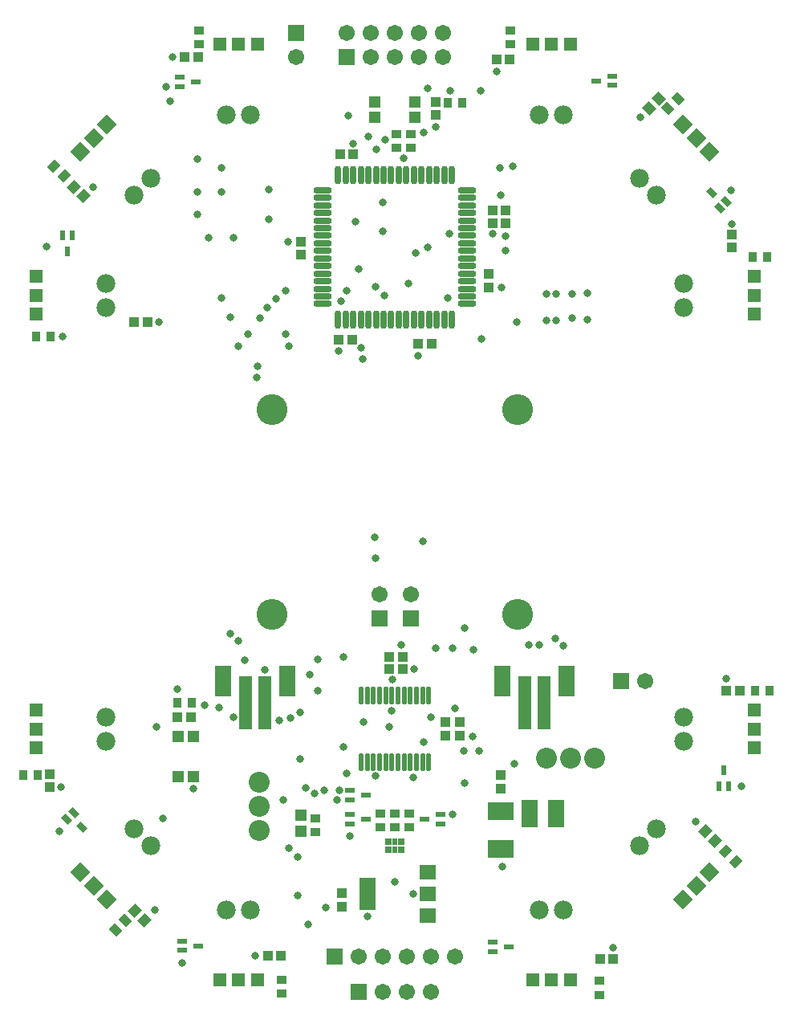
<source format=gts>
%FSLAX25Y25*%
%MOIN*%
G70*
G01*
G75*
G04 Layer_Color=8388736*
%ADD10R,0.06299X0.11811*%
%ADD11R,0.04921X0.21654*%
%ADD12R,0.03543X0.02756*%
%ADD13R,0.03150X0.01575*%
%ADD14R,0.01772X0.01772*%
%ADD15R,0.01575X0.01772*%
%ADD16R,0.06299X0.10630*%
G04:AMPARAMS|DCode=17|XSize=35.43mil|YSize=31.5mil|CornerRadius=0mil|HoleSize=0mil|Usage=FLASHONLY|Rotation=135.000|XOffset=0mil|YOffset=0mil|HoleType=Round|Shape=Rectangle|*
%AMROTATEDRECTD17*
4,1,4,0.02366,-0.00139,0.00139,-0.02366,-0.02366,0.00139,-0.00139,0.02366,0.02366,-0.00139,0.0*
%
%ADD17ROTATEDRECTD17*%

%ADD18R,0.09843X0.06693*%
%ADD19R,0.03543X0.03150*%
%ADD20R,0.06299X0.12992*%
%ADD21R,0.06299X0.05118*%
%ADD22R,0.03937X0.04331*%
%ADD23R,0.03150X0.03543*%
G04:AMPARAMS|DCode=24|XSize=35.43mil|YSize=31.5mil|CornerRadius=0mil|HoleSize=0mil|Usage=FLASHONLY|Rotation=225.000|XOffset=0mil|YOffset=0mil|HoleType=Round|Shape=Rectangle|*
%AMROTATEDRECTD24*
4,1,4,0.00139,0.02366,0.02366,0.00139,-0.00139,-0.02366,-0.02366,-0.00139,0.00139,0.02366,0.0*
%
%ADD24ROTATEDRECTD24*%

%ADD25O,0.01378X0.06693*%
%ADD26R,0.02756X0.03543*%
G04:AMPARAMS|DCode=27|XSize=35.43mil|YSize=27.56mil|CornerRadius=0mil|HoleSize=0mil|Usage=FLASHONLY|Rotation=315.000|XOffset=0mil|YOffset=0mil|HoleType=Round|Shape=Rectangle|*
%AMROTATEDRECTD27*
4,1,4,-0.02227,0.00278,-0.00278,0.02227,0.02227,-0.00278,0.00278,-0.02227,-0.02227,0.00278,0.0*
%
%ADD27ROTATEDRECTD27*%

G04:AMPARAMS|DCode=28|XSize=35.43mil|YSize=27.56mil|CornerRadius=0mil|HoleSize=0mil|Usage=FLASHONLY|Rotation=45.000|XOffset=0mil|YOffset=0mil|HoleType=Round|Shape=Rectangle|*
%AMROTATEDRECTD28*
4,1,4,-0.00278,-0.02227,-0.02227,-0.00278,0.00278,0.02227,0.02227,0.00278,-0.00278,-0.02227,0.0*
%
%ADD28ROTATEDRECTD28*%

G04:AMPARAMS|DCode=29|XSize=15.75mil|YSize=31.5mil|CornerRadius=0mil|HoleSize=0mil|Usage=FLASHONLY|Rotation=225.000|XOffset=0mil|YOffset=0mil|HoleType=Round|Shape=Rectangle|*
%AMROTATEDRECTD29*
4,1,4,-0.00557,0.01670,0.01670,-0.00557,0.00557,-0.01670,-0.01670,0.00557,-0.00557,0.01670,0.0*
%
%ADD29ROTATEDRECTD29*%

%ADD30R,0.01575X0.03150*%
%ADD31O,0.02165X0.06890*%
%ADD32O,0.06890X0.02165*%
%ADD33R,0.03937X0.03937*%
%ADD34R,0.03937X0.03937*%
%ADD35C,0.01000*%
%ADD36C,0.02000*%
%ADD37C,0.03000*%
%ADD38C,0.12000*%
%ADD39R,0.05906X0.05906*%
%ADD40C,0.05906*%
%ADD41R,0.05906X0.05906*%
%ADD42R,0.04921X0.04921*%
%ADD43P,0.06960X4X180.0*%
%ADD44R,0.04921X0.04921*%
%ADD45P,0.06960X4X270.0*%
%ADD46C,0.07000*%
%ADD47C,0.07874*%
%ADD48C,0.02500*%
%ADD49O,0.02362X0.00984*%
%ADD50O,0.00984X0.02362*%
%ADD51R,0.10236X0.10630*%
%ADD52C,0.00984*%
%ADD53C,0.02362*%
%ADD54C,0.00394*%
%ADD55C,0.00500*%
%ADD56C,0.00787*%
%ADD57C,0.00800*%
%ADD58R,0.03150X0.03543*%
%ADD59R,0.07099X0.12611*%
%ADD60R,0.05721X0.22453*%
%ADD61R,0.04343X0.03556*%
%ADD62R,0.03950X0.02375*%
%ADD63R,0.02572X0.02572*%
%ADD64R,0.02375X0.02572*%
%ADD65R,0.07099X0.11430*%
G04:AMPARAMS|DCode=66|XSize=43.43mil|YSize=39.5mil|CornerRadius=0mil|HoleSize=0mil|Usage=FLASHONLY|Rotation=135.000|XOffset=0mil|YOffset=0mil|HoleType=Round|Shape=Rectangle|*
%AMROTATEDRECTD66*
4,1,4,0.02932,-0.00139,0.00139,-0.02932,-0.02932,0.00139,-0.00139,0.02932,0.02932,-0.00139,0.0*
%
%ADD66ROTATEDRECTD66*%

%ADD67R,0.10642X0.07493*%
%ADD68R,0.04343X0.03950*%
%ADD69R,0.07099X0.13792*%
%ADD70R,0.07099X0.05918*%
%ADD71R,0.04737X0.05131*%
%ADD72R,0.03950X0.04343*%
G04:AMPARAMS|DCode=73|XSize=43.43mil|YSize=39.5mil|CornerRadius=0mil|HoleSize=0mil|Usage=FLASHONLY|Rotation=225.000|XOffset=0mil|YOffset=0mil|HoleType=Round|Shape=Rectangle|*
%AMROTATEDRECTD73*
4,1,4,0.00139,0.02932,0.02932,0.00139,-0.00139,-0.02932,-0.02932,-0.00139,0.00139,0.02932,0.0*
%
%ADD73ROTATEDRECTD73*%

%ADD74O,0.02178X0.07493*%
%ADD75R,0.03556X0.04343*%
G04:AMPARAMS|DCode=76|XSize=43.43mil|YSize=35.56mil|CornerRadius=0mil|HoleSize=0mil|Usage=FLASHONLY|Rotation=315.000|XOffset=0mil|YOffset=0mil|HoleType=Round|Shape=Rectangle|*
%AMROTATEDRECTD76*
4,1,4,-0.02793,0.00278,-0.00278,0.02793,0.02793,-0.00278,0.00278,-0.02793,-0.02793,0.00278,0.0*
%
%ADD76ROTATEDRECTD76*%

G04:AMPARAMS|DCode=77|XSize=43.43mil|YSize=35.56mil|CornerRadius=0mil|HoleSize=0mil|Usage=FLASHONLY|Rotation=45.000|XOffset=0mil|YOffset=0mil|HoleType=Round|Shape=Rectangle|*
%AMROTATEDRECTD77*
4,1,4,-0.00278,-0.02793,-0.02793,-0.00278,0.00278,0.02793,0.02793,0.00278,-0.00278,-0.02793,0.0*
%
%ADD77ROTATEDRECTD77*%

G04:AMPARAMS|DCode=78|XSize=23.75mil|YSize=39.5mil|CornerRadius=0mil|HoleSize=0mil|Usage=FLASHONLY|Rotation=225.000|XOffset=0mil|YOffset=0mil|HoleType=Round|Shape=Rectangle|*
%AMROTATEDRECTD78*
4,1,4,-0.00557,0.02236,0.02236,-0.00557,0.00557,-0.02236,-0.02236,0.00557,-0.00557,0.02236,0.0*
%
%ADD78ROTATEDRECTD78*%

%ADD79R,0.02375X0.03950*%
%ADD80O,0.02965X0.07690*%
%ADD81O,0.07690X0.02965*%
%ADD82R,0.04737X0.04737*%
%ADD83R,0.04737X0.04737*%
%ADD84C,0.12800*%
%ADD85R,0.06706X0.06706*%
%ADD86C,0.06706*%
%ADD87R,0.06706X0.06706*%
%ADD88R,0.05721X0.05721*%
%ADD89P,0.08091X4X180.0*%
%ADD90R,0.05721X0.05721*%
%ADD91P,0.08091X4X270.0*%
%ADD92C,0.07800*%
%ADD93C,0.08674*%
%ADD94C,0.03300*%
D59*
X71386Y-70142D02*
D03*
X44614D02*
D03*
X-44614D02*
D03*
X-71386D02*
D03*
D60*
X61937Y-79000D02*
D03*
X54063D02*
D03*
X-54063D02*
D03*
X-61937D02*
D03*
D61*
X6000Y-125047D02*
D03*
Y-130953D02*
D03*
X0Y-125047D02*
D03*
Y-130953D02*
D03*
X-6000Y-125047D02*
D03*
Y-130953D02*
D03*
X-33000Y-127047D02*
D03*
Y-132953D02*
D03*
X48000Y199953D02*
D03*
Y194047D02*
D03*
X-81500Y199953D02*
D03*
Y194047D02*
D03*
X85000Y-200453D02*
D03*
Y-194547D02*
D03*
X-47000Y-199953D02*
D03*
Y-194047D02*
D03*
X500Y151047D02*
D03*
Y156953D02*
D03*
X6500Y156953D02*
D03*
Y151047D02*
D03*
D62*
X18846Y-129469D02*
D03*
Y-125531D02*
D03*
X12154Y-127500D02*
D03*
X-18846Y-115532D02*
D03*
Y-119468D02*
D03*
X-12154Y-117500D02*
D03*
X-18846Y-125531D02*
D03*
Y-129469D02*
D03*
X-12154Y-127500D02*
D03*
X90346Y177032D02*
D03*
Y180968D02*
D03*
X83653Y179000D02*
D03*
X-89346Y180468D02*
D03*
Y176532D02*
D03*
X-82653Y178500D02*
D03*
X40653Y-178532D02*
D03*
Y-182468D02*
D03*
X47346Y-180500D02*
D03*
X-88346Y-178032D02*
D03*
Y-181968D02*
D03*
X-81653Y-180000D02*
D03*
D63*
X2657Y-140173D02*
D03*
X-2657D02*
D03*
Y-136827D02*
D03*
X2657D02*
D03*
D64*
X0Y-140173D02*
D03*
Y-136827D02*
D03*
D65*
X67012Y-125000D02*
D03*
X55988D02*
D03*
D66*
X105551Y167551D02*
D03*
X109449Y171449D02*
D03*
D67*
X44000Y-124126D02*
D03*
Y-139874D02*
D03*
D68*
X140000Y115256D02*
D03*
Y109744D02*
D03*
X46000Y125256D02*
D03*
Y119744D02*
D03*
X39000Y93244D02*
D03*
Y98756D02*
D03*
X-39000Y112256D02*
D03*
Y106744D02*
D03*
X17000Y164744D02*
D03*
Y170256D02*
D03*
X40500Y125256D02*
D03*
Y119744D02*
D03*
X-143500Y-108744D02*
D03*
Y-114256D02*
D03*
X21000Y-87244D02*
D03*
Y-92756D02*
D03*
X27000Y-87244D02*
D03*
Y-92756D02*
D03*
X-22000Y-158244D02*
D03*
Y-163756D02*
D03*
X44000Y-109244D02*
D03*
Y-114756D02*
D03*
D69*
X-11248Y-158500D02*
D03*
D70*
X13555Y-167555D02*
D03*
Y-158500D02*
D03*
Y-149445D02*
D03*
D71*
X-39000Y-125654D02*
D03*
Y-132346D02*
D03*
D72*
X42244Y188000D02*
D03*
X47756D02*
D03*
X-87256Y189000D02*
D03*
X-81744D02*
D03*
X-102744Y79000D02*
D03*
X-108256D02*
D03*
X-23256Y71500D02*
D03*
X-17744D02*
D03*
X9744Y70000D02*
D03*
X15256D02*
D03*
X-17244Y148500D02*
D03*
X-22756D02*
D03*
X-84744Y-85000D02*
D03*
X-90256D02*
D03*
X-47244Y-184000D02*
D03*
X-52756D02*
D03*
X85244Y-185500D02*
D03*
X90756D02*
D03*
X143256Y-74000D02*
D03*
X137744D02*
D03*
X-2256Y-65000D02*
D03*
X3256D02*
D03*
X-2256Y-60000D02*
D03*
X3256D02*
D03*
D73*
X-129551Y131051D02*
D03*
X-133449Y134949D02*
D03*
X-107949Y-165551D02*
D03*
X-104051Y-169449D02*
D03*
X132949Y-136449D02*
D03*
X129051Y-132551D02*
D03*
D74*
X14075Y-76221D02*
D03*
X11516D02*
D03*
X8957D02*
D03*
X6398D02*
D03*
X3839D02*
D03*
X1280D02*
D03*
X-1280D02*
D03*
X-3839D02*
D03*
X-6398D02*
D03*
X-8957D02*
D03*
X-11516D02*
D03*
X-14075D02*
D03*
X14075Y-103779D02*
D03*
X11516D02*
D03*
X8957D02*
D03*
X6398D02*
D03*
X3839D02*
D03*
X1280D02*
D03*
X-1280D02*
D03*
X-3839D02*
D03*
X-6398D02*
D03*
X-8957D02*
D03*
X-11516D02*
D03*
X-14075D02*
D03*
D75*
X154453Y106000D02*
D03*
X148547D02*
D03*
X-143047Y73000D02*
D03*
X-148953D02*
D03*
X155453Y-74000D02*
D03*
X149547D02*
D03*
X-154453Y-109000D02*
D03*
X-148547D02*
D03*
X-84547Y-79000D02*
D03*
X-90453D02*
D03*
X22047Y170000D02*
D03*
X27953D02*
D03*
D76*
X117588Y171588D02*
D03*
X113412Y167412D02*
D03*
X-116088Y-173588D02*
D03*
X-111912Y-169412D02*
D03*
D77*
X-141588Y143588D02*
D03*
X-137412Y139412D02*
D03*
X141588Y-145088D02*
D03*
X137412Y-140912D02*
D03*
D78*
X134974Y126242D02*
D03*
X137758Y129026D02*
D03*
X131634Y132366D02*
D03*
X-133474Y-124742D02*
D03*
X-136258Y-127526D02*
D03*
X-130134Y-130866D02*
D03*
D79*
X-134031Y114847D02*
D03*
X-137969D02*
D03*
X-136000Y108153D02*
D03*
X134531Y-113847D02*
D03*
X138469D02*
D03*
X136500Y-107153D02*
D03*
D80*
X23622Y140020D02*
D03*
X20472D02*
D03*
X17323D02*
D03*
X14173D02*
D03*
X11024D02*
D03*
X7874D02*
D03*
X4724D02*
D03*
X1575D02*
D03*
X-1575D02*
D03*
X-4724D02*
D03*
X-7874D02*
D03*
X-11024D02*
D03*
X-14173D02*
D03*
X-17323D02*
D03*
X-20472D02*
D03*
X-23622D02*
D03*
X-23622Y79980D02*
D03*
X-20472D02*
D03*
X-17323D02*
D03*
X-14173D02*
D03*
X-11024D02*
D03*
X-7874D02*
D03*
X-4724D02*
D03*
X-1575D02*
D03*
X1575D02*
D03*
X4724D02*
D03*
X7874D02*
D03*
X11024D02*
D03*
X14173D02*
D03*
X17323D02*
D03*
X20472D02*
D03*
X23622D02*
D03*
D81*
X-30020Y133622D02*
D03*
Y130473D02*
D03*
Y127323D02*
D03*
Y124173D02*
D03*
Y121024D02*
D03*
Y117874D02*
D03*
Y114724D02*
D03*
Y111575D02*
D03*
Y108425D02*
D03*
Y105276D02*
D03*
Y102126D02*
D03*
Y98976D02*
D03*
Y95827D02*
D03*
Y92677D02*
D03*
Y89528D02*
D03*
Y86378D02*
D03*
X30020Y86378D02*
D03*
Y89528D02*
D03*
Y92677D02*
D03*
Y95827D02*
D03*
Y98976D02*
D03*
Y102126D02*
D03*
Y105276D02*
D03*
Y108425D02*
D03*
Y111575D02*
D03*
Y114724D02*
D03*
Y117874D02*
D03*
Y121024D02*
D03*
Y124173D02*
D03*
Y127323D02*
D03*
Y130473D02*
D03*
Y133622D02*
D03*
D82*
X-90150Y-109768D02*
D03*
Y-93232D02*
D03*
X-83850Y-109768D02*
D03*
Y-93232D02*
D03*
D83*
X-8268Y170150D02*
D03*
X8268D02*
D03*
X-8268Y163850D02*
D03*
X8268D02*
D03*
D84*
X51000Y42500D02*
D03*
Y-42500D02*
D03*
X-51000D02*
D03*
Y42500D02*
D03*
D85*
X-25000Y-184500D02*
D03*
X94000Y-70000D02*
D03*
X-15000Y-199000D02*
D03*
X-20000Y189000D02*
D03*
D86*
X-15000Y-184500D02*
D03*
X-5000D02*
D03*
X5000D02*
D03*
X15000D02*
D03*
X25000D02*
D03*
X104000Y-70000D02*
D03*
X-6500Y-34000D02*
D03*
X6500D02*
D03*
X15000Y-199000D02*
D03*
X5000D02*
D03*
X-5000D02*
D03*
X20000Y199000D02*
D03*
Y189000D02*
D03*
X10000Y199000D02*
D03*
Y189000D02*
D03*
X0Y199000D02*
D03*
Y189000D02*
D03*
X-10000Y199000D02*
D03*
Y189000D02*
D03*
X-20000Y199000D02*
D03*
X-41000Y189000D02*
D03*
D87*
X-6500Y-44000D02*
D03*
X6500D02*
D03*
X-41000Y199000D02*
D03*
D88*
X149232Y90000D02*
D03*
Y97874D02*
D03*
Y82126D02*
D03*
X-149232Y90000D02*
D03*
Y82126D02*
D03*
Y97874D02*
D03*
X149232Y-90000D02*
D03*
Y-82126D02*
D03*
Y-97874D02*
D03*
X-149232Y-90000D02*
D03*
Y-97874D02*
D03*
Y-82126D02*
D03*
D89*
X125189Y155189D02*
D03*
X119622Y160757D02*
D03*
X130757Y149622D02*
D03*
X-125189Y-155189D02*
D03*
X-119622Y-160757D02*
D03*
X-130757Y-149622D02*
D03*
D90*
X65000Y194232D02*
D03*
X57126D02*
D03*
X72874D02*
D03*
X-65000D02*
D03*
X-72874D02*
D03*
X-57126D02*
D03*
X65000Y-194232D02*
D03*
X72874D02*
D03*
X57126D02*
D03*
X-65000D02*
D03*
X-57126D02*
D03*
X-72874D02*
D03*
D91*
X-125189Y155189D02*
D03*
X-130757Y149622D02*
D03*
X-119622Y160757D02*
D03*
X125189Y-155189D02*
D03*
X130757Y-149622D02*
D03*
X119622Y-160757D02*
D03*
D92*
X60000Y165000D02*
D03*
X70000D02*
D03*
X-108536Y131465D02*
D03*
X-101464Y138535D02*
D03*
X120000Y95000D02*
D03*
Y85000D02*
D03*
X-70000Y165000D02*
D03*
X-60000D02*
D03*
X101464Y138535D02*
D03*
X108536Y131465D02*
D03*
X-120000Y85000D02*
D03*
Y95000D02*
D03*
X70000Y-165000D02*
D03*
X60000D02*
D03*
X108536Y-131465D02*
D03*
X101464Y-138535D02*
D03*
X-120000Y-95000D02*
D03*
Y-85000D02*
D03*
X-60000Y-165000D02*
D03*
X-70000D02*
D03*
X-101464Y-138535D02*
D03*
X-108536Y-131465D02*
D03*
X120000Y-85000D02*
D03*
Y-95000D02*
D03*
D93*
X-56563Y-112000D02*
D03*
Y-132000D02*
D03*
Y-122000D02*
D03*
X63000Y-102063D02*
D03*
X83000D02*
D03*
X73000D02*
D03*
D94*
X-8500Y-10500D02*
D03*
X-8000Y-19000D02*
D03*
X15000Y-85000D02*
D03*
X-1500Y-82500D02*
D03*
X-2500Y-89000D02*
D03*
X49500Y-104500D02*
D03*
X32500Y-57000D02*
D03*
X-67000Y-85000D02*
D03*
X-73000Y-81000D02*
D03*
X-54063Y-65563D02*
D03*
X29000Y-48000D02*
D03*
X25000Y-81500D02*
D03*
X-57500Y56000D02*
D03*
X-48000Y-86500D02*
D03*
X-43500Y-85500D02*
D03*
X-33500Y-116750D02*
D03*
X7500Y-158500D02*
D03*
X-11248Y-167748D02*
D03*
X-57000Y60500D02*
D03*
X-65000Y69000D02*
D03*
X-44000D02*
D03*
X-4500Y90000D02*
D03*
X5500Y95000D02*
D03*
X22000Y89000D02*
D03*
X-61000Y74000D02*
D03*
X-138000Y73000D02*
D03*
X-62500Y-61500D02*
D03*
X80000Y91000D02*
D03*
X63000Y90500D02*
D03*
Y79500D02*
D03*
X55500Y-55000D02*
D03*
X67000Y79500D02*
D03*
X60000Y-55000D02*
D03*
X70000Y-55500D02*
D03*
X73500Y80500D02*
D03*
Y90500D02*
D03*
X-16500Y120500D02*
D03*
X67000Y90500D02*
D03*
X13500Y110000D02*
D03*
X8500Y107500D02*
D03*
X80000Y80000D02*
D03*
X66500Y-52500D02*
D03*
X-5000Y116500D02*
D03*
Y128500D02*
D03*
X-67000Y114000D02*
D03*
X-77500D02*
D03*
X46000Y114500D02*
D03*
Y108500D02*
D03*
X43500Y143000D02*
D03*
X-52500Y121500D02*
D03*
X-8000Y93500D02*
D03*
X-15000Y101000D02*
D03*
X11500Y-12000D02*
D03*
X-65000Y-53500D02*
D03*
X-40447Y-159000D02*
D03*
Y-143000D02*
D03*
X-32000Y-74000D02*
D03*
X-35500Y-67500D02*
D03*
X-37000Y-114500D02*
D03*
X-44000Y-139500D02*
D03*
X-36000Y-171000D02*
D03*
X0Y-153500D02*
D03*
X-56000Y80500D02*
D03*
X-39500Y-83000D02*
D03*
X-53000Y85000D02*
D03*
X-39500Y-102500D02*
D03*
X-96500Y-127000D02*
D03*
X-45500Y74000D02*
D03*
X-22500Y87500D02*
D03*
X22500Y115500D02*
D03*
X-45500Y92000D02*
D03*
X-20000D02*
D03*
X-68500Y81000D02*
D03*
X-72000Y89000D02*
D03*
Y133000D02*
D03*
Y143000D02*
D03*
X3500Y147000D02*
D03*
X-68500Y-50500D02*
D03*
X-32000Y-61000D02*
D03*
X-99000Y-89000D02*
D03*
X-21500Y-97500D02*
D03*
X-23000Y-115500D02*
D03*
X-29500D02*
D03*
X-139500Y-132500D02*
D03*
X-83850Y-114850D02*
D03*
X-79000Y-80000D02*
D03*
X24000Y-56500D02*
D03*
X17000D02*
D03*
X2761Y-55239D02*
D03*
X8000Y-65000D02*
D03*
X29000Y-112500D02*
D03*
X12000Y-95500D02*
D03*
X-13000Y-87000D02*
D03*
X28500Y-99000D02*
D03*
X32244Y-93256D02*
D03*
X-20000Y-108500D02*
D03*
X-46500Y-119500D02*
D03*
X-21500Y-60000D02*
D03*
X-90453Y-73547D02*
D03*
X-13500Y63500D02*
D03*
X-14173Y68173D02*
D03*
X-17244Y152756D02*
D03*
X-44256Y112256D02*
D03*
X-23256Y66744D02*
D03*
X9744Y64756D02*
D03*
X44244Y93244D02*
D03*
X-11024Y155976D02*
D03*
X-19500Y164453D02*
D03*
X17000Y160000D02*
D03*
X-7874Y150374D02*
D03*
X-4000Y154500D02*
D03*
X13500Y176000D02*
D03*
X-94968Y176532D02*
D03*
X-144693Y110307D02*
D03*
X-82000Y123500D02*
D03*
Y133000D02*
D03*
Y146500D02*
D03*
X-93500Y170500D02*
D03*
X23000Y175000D02*
D03*
X35500D02*
D03*
X139500Y133500D02*
D03*
X49000Y143500D02*
D03*
X44000Y131500D02*
D03*
X12000Y157500D02*
D03*
X36000Y72000D02*
D03*
X50500Y79000D02*
D03*
X-1000Y-69500D02*
D03*
X-28744Y-164256D02*
D03*
X23968Y-125531D02*
D03*
X-18846Y-134346D02*
D03*
X-23968Y-119468D02*
D03*
X44500Y-147000D02*
D03*
X143846Y-113847D02*
D03*
X-88346Y-187153D02*
D03*
X7500Y-110000D02*
D03*
X35000Y-99000D02*
D03*
X-8000Y-109500D02*
D03*
X-52500Y134000D02*
D03*
X-49500Y88500D02*
D03*
X102000Y164000D02*
D03*
X40500Y115500D02*
D03*
X125000Y-128500D02*
D03*
X90756Y-180744D02*
D03*
X-58000Y-184000D02*
D03*
X-99603Y-165000D02*
D03*
X137744Y-69244D02*
D03*
X-138744Y-114256D02*
D03*
X140000Y119500D02*
D03*
X42244Y182744D02*
D03*
X-92500Y189000D02*
D03*
X-125500Y135000D02*
D03*
X-98000Y79000D02*
D03*
M02*

</source>
